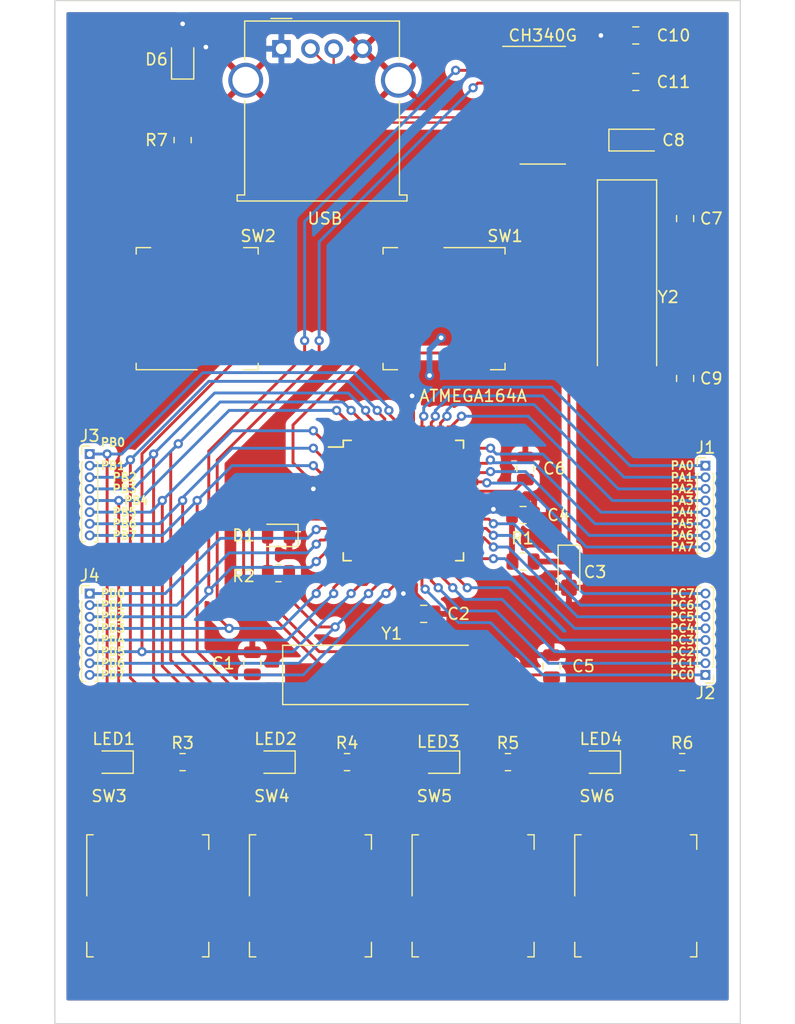
<source format=kicad_pcb>
(kicad_pcb (version 20211014) (generator pcbnew)
  (layers (0 "F.Cu" signal) (31 "B.Cu" signal) (34 "B.Paste" user) (35 "F.Paste" user) (36 "B.SilkS" user "B.Silkscreen") (37 "F.SilkS" user "F.Silkscreen") (38 "B.Mask" user) (39 "F.Mask" user) (44 "Edge.Cuts" user))
  (net 0 "")
  (net 1 "GND")
  (net 2 "AVR_XTAL2")
  (net 3 "+5V")
  (net 4 "Net-(C3-Pad1)")
  (net 5 "AVR_XTAL1")
  (net 6 "Net-(C6-Pad1)")
  (net 7 "Net-(C7-Pad1)")
  (net 8 "Net-(C9-Pad1)")
  (net 9 "Net-(D1-Pad2)")
  (net 10 "AVR_PB4")
  (net 11 "Net-(D2-Pad1)")
  (net 12 "AVR_PB5")
  (net 13 "Net-(D3-Pad1)")
  (net 14 "AVR_PB6")
  (net 15 "Net-(D4-Pad1)")
  (net 16 "AVR_PB7")
  (net 17 "Net-(D5-Pad1)")
  (net 18 "Net-(D6-Pad1)")
  (net 19 "Net-(J1-Pad8)")
  (net 20 "Net-(J1-Pad7)")
  (net 21 "Net-(J1-Pad6)")
  (net 22 "Net-(J1-Pad5)")
  (net 23 "Net-(J1-Pad4)")
  (net 24 "Net-(J1-Pad3)")
  (net 25 "Net-(J1-Pad2)")
  (net 26 "Net-(J1-Pad1)")
  (net 27 "Net-(J2-Pad8)")
  (net 28 "Net-(J2-Pad7)")
  (net 29 "Net-(J2-Pad6)")
  (net 30 "Net-(J2-Pad5)")
  (net 31 "Net-(J2-Pad4)")
  (net 32 "Net-(J2-Pad3)")
  (net 33 "Net-(J2-Pad2)")
  (net 34 "Net-(J2-Pad1)")
  (net 35 "AVR_PB3")
  (net 36 "AVR_PB2")
  (net 37 "AVR_PB1")
  (net 38 "AVR_PB0")
  (net 39 "AVR_PD7")
  (net 40 "AVR_PD6")
  (net 41 "AVR_PD5")
  (net 42 "AVR_PD4")
  (net 43 "AVR_TXD")
  (net 44 "AVR_RXD")
  (net 45 "AVR_PD1")
  (net 46 "AVR_PD0")
  (net 47 "USB_D+")
  (net 48 "USB_D-")
  (net 49 "Net-(U2-Pad15)")
  (net 50 "Net-(U2-Pad14)")
  (net 51 "Net-(U2-Pad13)")
  (net 52 "Net-(U2-Pad12)")
  (net 53 "Net-(U2-Pad11)")
  (net 54 "Net-(U2-Pad10)")
  (net 55 "Net-(U2-Pad9)")
  (footprint "Capacitor_SMD:C_0805_2012Metric" (layer "F.Cu") (at 54 100 90)
    (fp_text reference "C1")
    (fp_text value "18p")
  )
  (footprint "Capacitor_SMD:C_0805_2012Metric" (layer "F.Cu") (at 68.75 95.75)
    (fp_text reference "C2")
    (fp_text value "100n")
  )
  (footprint "Capacitor_Tantalum_SMD:CP_EIA-3216-18_Kemet-A" (layer "F.Cu") (at 81.25 92.15 -90)
    (fp_text reference "C3")
    (fp_text value "1u")
  )
  (footprint "Capacitor_SMD:C_0805_2012Metric" (layer "F.Cu") (at 77.3 87.25)
    (fp_text reference "C4")
    (fp_text value "100n")
  )
  (footprint "Capacitor_SMD:C_0805_2012Metric" (layer "F.Cu") (at 79.75 100.25 90)
    (fp_text reference "C5")
    (fp_text value "18p")
  )
  (footprint "Capacitor_SMD:C_0805_2012Metric" (layer "F.Cu") (at 77.5 83.25 90)
    (fp_text reference "C6")
    (fp_text value "100n")
  )
  (footprint "Capacitor_SMD:C_0805_2012Metric" (layer "F.Cu") (at 91.25 61.75 90)
    (fp_text reference "C7")
    (fp_text value "22p")
  )
  (footprint "Capacitor_Tantalum_SMD:CP_EIA-3216-12_Kemet-S" (layer "F.Cu") (at 87 55)
    (fp_text reference "C8")
    (fp_text value "22u")
  )
  (footprint "Capacitor_SMD:C_0805_2012Metric" (layer "F.Cu") (at 91.25 75.5 -90)
    (fp_text reference "C9")
    (fp_text value "22p")
  )
  (footprint "Capacitor_SMD:C_0805_2012Metric" (layer "F.Cu") (at 87 46)
    (fp_text reference "C10")
    (fp_text value "10n")
  )
  (footprint "Capacitor_SMD:C_0805_2012Metric" (layer "F.Cu") (at 87 50)
    (fp_text reference "C11")
    (fp_text value "100n")
  )
  (footprint "LED_SMD:LED_0805_2012Metric" (layer "F.Cu") (at 56.25 89 180)
    (fp_text reference "D1")
    (fp_text value "RED LED")
  )
  (footprint "LED_SMD:LED_0805_2012Metric" (layer "F.Cu") (at 42.0625 108.5 180)
    (fp_text reference "LED1")
    (fp_text value "RED  LED")
  )
  (footprint "LED_SMD:LED_0805_2012Metric" (layer "F.Cu") (at 56 108.5 180)
    (fp_text reference "LED2")
    (fp_text value "GEEN LED")
  )
  (footprint "LED_SMD:LED_0805_2012Metric" (layer "F.Cu") (at 70.1625 108.5 180)
    (fp_text reference "LED3")
    (fp_text value "BLUE LED")
  )
  (footprint "LED_SMD:LED_0805_2012Metric" (layer "F.Cu") (at 84 108.5 180)
    (fp_text reference "LED4")
    (fp_text value "ORANGE LED")
  )
  (footprint "LED_SMD:LED_0805_2012Metric" (layer "F.Cu") (at 48 48.0625 90)
    (fp_text reference "D6")
    (fp_text value "RED  LED")
  )
  (footprint "Connector_PinHeader_1.00mm:PinHeader_1x08_P1.00mm_Vertical" (layer "F.Cu") (at 93 83)
    (fp_text reference "J1")
    (fp_text value "Conn_01x08_Female")
  )
  (footprint "Connector_PinHeader_1.00mm:PinHeader_1x08_P1.00mm_Vertical" (layer "F.Cu") (at 93 101 180)
    (fp_text reference "J2")
    (fp_text value "Conn_01x08_Female")
  )
  (footprint "Connector_PinHeader_1.00mm:PinHeader_1x08_P1.00mm_Vertical" (layer "F.Cu") (at 40 82)
    (fp_text reference "J3")
    (fp_text value "Conn_01x08_Female")
  )
  (footprint "Connector_PinHeader_1.00mm:PinHeader_1x08_P1.00mm_Vertical" (layer "F.Cu") (at 40 94)
    (fp_text reference "J4")
    (fp_text value "Conn_01x08_Female")
  )
  (footprint "Connector_USB:USB_A_Molex_67643_Horizontal" (layer "F.Cu") (at 56.5 47.14)
    (fp_text reference "USB")
    (fp_text value "USB_A")
  )
  (footprint "Resistor_SMD:R_0805_2012Metric" (layer "F.Cu") (at 77.3 91.25 180)
    (fp_text reference "R1")
    (fp_text value "10k")
  )
  (footprint "Resistor_SMD:R_0805_2012Metric" (layer "F.Cu") (at 56.25 92.25 180)
    (fp_text reference "R2")
    (fp_text value "470")
  )
  (footprint "Resistor_SMD:R_0805_2012Metric" (layer "F.Cu") (at 48 108.5)
    (fp_text reference "R3")
    (fp_text value "100")
  )
  (footprint "Resistor_SMD:R_0805_2012Metric" (layer "F.Cu") (at 62.15 108.5)
    (fp_text reference "R4")
    (fp_text value "100")
  )
  (footprint "Resistor_SMD:R_0805_2012Metric" (layer "F.Cu") (at 76 108.5)
    (fp_text reference "R5")
    (fp_text value "100")
  )
  (footprint "Resistor_SMD:R_0805_2012Metric" (layer "F.Cu") (at 91 108.5)
    (fp_text reference "R6")
    (fp_text value "100")
  )
  (footprint "Resistor_SMD:R_0805_2012Metric" (layer "F.Cu") (at 48 55 -90)
    (fp_text reference "R7")
    (fp_text value "220")
  )
  (footprint "Button_Switch_SMD:SW_MEC_5GSH9" (layer "F.Cu") (at 70.5 69.5 -90)
    (fp_text reference "SW1")
    (fp_text value "SW_MEC_5G")
  )
  (footprint "Button_Switch_SMD:SW_MEC_5GSH9" (layer "F.Cu") (at 49.25 69.5 90)
    (fp_text reference "SW2")
    (fp_text value "SW_MEC_5G")
  )
  (footprint "Button_Switch_SMD:SW_MEC_5GSH9" (layer "F.Cu") (at 45 120)
    (fp_text reference "SW3")
    (fp_text value "SW_MEC_5G")
  )
  (footprint "Button_Switch_SMD:SW_MEC_5GSH9" (layer "F.Cu") (at 59 120)
    (fp_text reference "SW4")
    (fp_text value "SW_MEC_5G")
  )
  (footprint "Button_Switch_SMD:SW_MEC_5GSH9" (layer "F.Cu") (at 73 120)
    (fp_text reference "SW5")
    (fp_text value "SW_MEC_5G")
  )
  (footprint "Button_Switch_SMD:SW_MEC_5GSH9" (layer "F.Cu") (at 87 120)
    (fp_text reference "SW6")
    (fp_text value "SW_MEC_5G")
  )
  (footprint "Package_QFP:TQFP-44_10x10mm_P0.8mm" (layer "F.Cu") (at 67 86)
    (fp_text reference "ATMEGA164A")
    (fp_text value "ATmega16A-AU")
  )
  (footprint "Package_SO:SOIC-16_3.9x9.9mm_P1.27mm" (layer "F.Cu") (at 79 52)
    (fp_text reference "CH340G")
    (fp_text value "CH340G")
  )
  (footprint "Crystal:Crystal_SMD_HC49-SD_HandSoldering" (layer "F.Cu") (at 66.6875 101)
    (fp_text reference "Y1")
    (fp_text value "20MHz")
  )
  (footprint "Crystal:Crystal_SMD_HC49-SD_HandSoldering" (layer "F.Cu") (at 86.25 68.5 -90)
    (fp_text reference "Y2")
    (fp_text value "12MHz")
  )
  (gr_line (start 96 43) (end 96 131) (layer "Edge.Cuts") (width 0.1))
  (gr_line (start 37 131) (end 37 43) (layer "Edge.Cuts") (width 0.1))
  (gr_line (start 96 131) (end 37 131) (layer "Edge.Cuts") (width 0.1))
  (gr_line (start 37 43) (end 96 43) (layer "Edge.Cuts") (width 0.1))
  (gr_text "PC0" (at 91 101) (layer "F.SilkS") (effects (font (size 0.7 0.7))))
  (gr_text "PC7" (at 91 94) (layer "F.SilkS") (effects (font (size 0.7 0.7))))
  (gr_text "PB5\n" (at 43 87) (layer "F.SilkS") (effects (font (size 0.7 0.7))))
  (gr_text "PD3" (at 42 97) (layer "F.SilkS") (effects (font (size 0.7 0.7))))
  (gr_text "PA3\n" (at 91 86) (layer "F.SilkS") (effects (font (size 0.7 0.7))))
  (gr_text "PD5" (at 42 99) (layer "F.SilkS") (effects (font (size 0.7 0.7))))
  (gr_text "PA7\n" (at 91 90) (layer "F.SilkS") (effects (font (size 0.7 0.7))))
  (gr_text "PC2" (at 91 99) (layer "F.SilkS") (effects (font (size 0.7 0.7))))
  (gr_text "PA6" (at 91 89) (layer "F.SilkS") (effects (font (size 0.7 0.7))))
  (gr_text "PB3\n" (at 43 85) (layer "F.SilkS") (effects (font (size 0.7 0.7))))
  (gr_text "PB6\n" (at 43 88) (layer "F.SilkS") (effects (font (size 0.7 0.7))))
  (gr_text "PC6" (at 91 95) (layer "F.SilkS") (effects (font (size 0.7 0.7))))
  (gr_text "PA5\n" (at 91 88) (layer "F.SilkS") (effects (font (size 0.7 0.7))))
  (gr_text "PD7" (at 42 101) (layer "F.SilkS") (effects (font (size 0.7 0.7))))
  (gr_text "PC5" (at 91 96) (layer "F.SilkS") (effects (font (size 0.7 0.7))))
  (gr_text "PC3" (at 91 98) (layer "F.SilkS") (effects (font (size 0.7 0.7))))
  (gr_text "PC1" (at 91 100) (layer "F.SilkS") (effects (font (size 0.7 0.7))))
  (gr_text "PA4\n" (at 91 87) (layer "F.SilkS") (effects (font (size 0.7 0.7))))
  (gr_text "PB7" (at 43 89) (layer "F.SilkS") (effects (font (size 0.7 0.7))))
  (gr_text "PB0\n" (at 42 81) (layer "F.SilkS") (effects (font (size 0.7 0.7))))
  (gr_text "PD6" (at 42 100) (layer "F.SilkS") (effects (font (size 0.7 0.7))))
  (gr_text "PD4" (at 42 98) (layer "F.SilkS") (effects (font (size 0.7 0.7))))
  (gr_text "PA1" (at 91 84) (layer "F.SilkS") (effects (font (size 0.7 0.7))))
  (gr_text "PB4\n" (at 44 86) (layer "F.SilkS") (effects (font (size 0.7 0.7))))
  (gr_text "PD2" (at 42 96) (layer "F.SilkS") (effects (font (size 0.7 0.7))))
  (gr_text "PB1" (at 42 83) (layer "F.SilkS") (effects (font (size 0.7 0.7))))
  (gr_text "PC4" (at 91 97) (layer "F.SilkS") (effects (font (size 0.7 0.7))))
  (gr_text "PD0" (at 42 94) (layer "F.SilkS") (effects (font (size 0.7 0.7))))
  (gr_text "PD1" (at 42 95) (layer "F.SilkS") (effects (font (size 0.7 0.7))))
  (gr_text "PB2" (at 43 84) (layer "F.SilkS") (effects (font (size 0.7 0.7))))
  (gr_text "PA0\n" (at 91 83) (layer "F.SilkS") (effects (font (size 0.7 0.7))))
  (gr_text "PA2\n" (at 91 85) (layer "F.SilkS") (effects (font (size 0.7 0.7))))
  (segment (start 68 93.25) (end 68 94.05) (width 0.5) (layer "F.Cu") (net 1))
  (segment (start 72.7 86) (end 74.298609 86) (width 0.5) (layer "F.Cu") (net 1))
  (segment (start 61.3 86) (end 59.25 86) (width 0.5) (layer "F.Cu") (net 1))
  (segment (start 59.25 86) (end 57.75 86) (width 0.5) (layer "F.Cu") (net 1))
  (segment (start 67.8 91.7) (end 67.8 93.05) (width 0.5) (layer "F.Cu") (net 1))
  (segment (start 68 94.05) (end 69.7 95.75) (width 0.5) (layer "F.Cu") (net 1))
  (segment (start 67.8 93.05) (end 68 93.25) (width 0.5) (layer "F.Cu") (net 1))
  (segment (start 74.524089 85.77452) (end 77.97548 85.77452) (width 0.5) (layer "F.Cu") (net 1))
  (segment (start 57.75 86) (end 57.25 85.5) (width 0.5) (layer "F.Cu") (net 1))
  (segment (start 74.298609 86) (end 74.524089 85.77452) (width 0.5) (layer "F.Cu") (net 1))
  (segment (start 67 80.3) (end 67 79) (width 0.5) (layer "F.Cu") (net 1))
  (segment (start 67 79) (end 66.75 78.75) (width 0.5) (layer "F.Cu") (net 1))
  (via (at 69.25 75.25) (size 0.8) (drill 0.4) (layers "F.Cu" "B.Cu") (net 1))
  (via (at 70.25 72) (size 0.8) (drill 0.4) (layers "F.Cu" "B.Cu") (net 1))
  (segment (start 69.25 75.25) (end 69.25 73) (width 0.5) (layer "B.Cu") (net 1))
  (segment (start 69.25 73) (end 70.25 72) (width 0.5) (layer "B.Cu") (net 1))
  (segment (start 61.3 86.8) (end 54.564282 86.8) (width 0.25) (layer "F.Cu") (net 2))
  (segment (start 54 100.95) (end 53.95 101) (width 0.25) (layer "F.Cu") (net 2))
  (segment (start 53.25 88.114282) (end 53.25 93.5) (width 0.25) (layer "F.Cu") (net 2))
  (segment (start 54 100.95) (end 54.05 101) (width 0.25) (layer "F.Cu") (net 2))
  (segment (start 53.25 93.5) (end 60.75 101) (width 0.25) (layer "F.Cu") (net 2))
  (segment (start 54.564282 86.8) (end 53.25 88.114282) (width 0.25) (layer "F.Cu") (net 2))
  (segment (start 54.05 101) (end 60.75 101) (width 0.25) (layer "F.Cu") (net 2))
  (segment (start 50 47) (end 48.125 47) (width 0.8) (layer "F.Cu") (net 3))
  (segment (start 86.05 46) (end 84 46) (width 0.8) (layer "F.Cu") (net 3))
  (segment (start 67 94) (end 67 91.7) (width 0.5) (layer "F.Cu") (net 3))
  (segment (start 81.475 47.555) (end 82.445 47.555) (width 0.8) (layer "F.Cu") (net 3))
  (segment (start 74.7 86.8) (end 74.75 86.75) (width 0.5) (layer "F.Cu") (net 3))
  (segment (start 75.85 86.75) (end 76.35 87.25) (width 0.5) (layer "F.Cu") (net 3))
  (segment (start 59.45 85.2) (end 61.3 85.2) (width 0.5) (layer "F.Cu") (net 3))
  (segment (start 82.445 47.555) (end 84 46) (width 0.8) (layer "F.Cu") (net 3))
  (segment (start 85.65 55) (end 85.65 50.4) (width 0.8) (layer "F.Cu") (net 3))
  (segment (start 59.25 85) (end 59.45 85.2) (width 0.5) (layer "F.Cu") (net 3))
  (segment (start 86.05 46) (end 86.05 50) (width 0.8) (layer "F.Cu") (net 3))
  (segment (start 67 94) (end 67 94.95) (width 0.5) (layer "F.Cu") (net 3))
  (segment (start 48.125 47) (end 48 47.125) (width 0.8) (layer "F.Cu") (net 3))
  (segment (start 67.75 80.25) (end 67.8 80.3) (width 0.5) (layer "F.Cu") (net 3))
  (segment (start 74.75 86.75) (end 75.85 86.75) (width 0.5) (layer "F.Cu") (net 3))
  (segment (start 67.75 77) (end 67.75 80.25) (width 0.5) (layer "F.Cu") (net 3))
  (segment (start 85.65 50.4) (end 86.05 50) (width 0.8) (layer "F.Cu") (net 3))
  (segment (start 76.35 87.25) (end 76.35 91.2125) (width 0.5) (layer "F.Cu") (net 3))
  (segment (start 67 94.95) (end 67.8 95.75) (width 0.5) (layer "F.Cu") (net 3))
  (segment (start 72.7 86.8) (end 74.7 86.8) (width 0.5) (layer "F.Cu") (net 3))
  (segment (start 48 45) (end 48 47.125) (width 0.8) (layer "F.Cu") (net 3))
  (segment (start 76.35 91.2125) (end 76.3875 91.25) (width 0.5) (layer "F.Cu") (net 3))
  (via (at 48 45) (size 0.8) (drill 0.4) (layers "F.Cu" "B.Cu") (net 3))
  (via (at 67 94) (size 0.8) (drill 0.4) (layers "F.Cu" "B.Cu") (net 3))
  (via (at 67.75 77) (size 0.8) (drill 0.4) (layers "F.Cu" "B.Cu") (net 3))
  (via (at 74.75 86.75) (size 0.8) (drill 0.4) (layers "F.Cu" "B.Cu") (net 3))
  (via (at 50 47) (size 0.8) (drill 0.4) (layers "F.Cu" "B.Cu") (net 3))
  (via (at 84 46) (size 0.8) (drill 0.4) (layers "F.Cu" "B.Cu") (net 3))
  (via (at 59.25 85) (size 0.8) (drill 0.4) (layers "F.Cu" "B.Cu") (net 3))
  (segment (start 57.5 82.75) (end 58.75 84) (width 0.25) (layer "F.Cu") (net 4))
  (segment (start 64.25 73.31) (end 63.69 73.31) (width 0.25) (layer "F.Cu") (net 4))
  (segment (start 57.5 79.5) (end 57.5 82.75) (width 0.25) (layer "F.Cu") (net 4))
  (segment (start 58.75 84) (end 59.274614 84) (width 0.25) (layer "F.Cu") (net 4))
  (segment (start 59.274614 84) (end 59.674614 84.4) (width 0.25) (layer "F.Cu") (net 4))
  (segment (start 78.2125 91.25) (end 80.8 91.25) (width 0.5) (layer "F.Cu") (net 4))
  (segment (start 76.75 73.31) (end 64.25 73.31) (width 0.25) (layer "F.Cu") (net 4))
  (segment (start 59.674614 84.4) (end 61.3 84.4) (width 0.25) (layer "F.Cu") (net 4))
  (segment (start 80.8 91.25) (end 81.25 90.8) (width 0.5) (layer "F.Cu") (net 4))
  (segment (start 78.25 91.2375) (end 80.8125 91.2375) (width 0.25) (layer "F.Cu") (net 4))
  (segment (start 81.25 75.5) (end 81.25 90.8) (width 0.25) (layer "F.Cu") (net 4))
  (segment (start 64.25 73.31) (end 63.94 73.31) (width 0.25) (layer "F.Cu") (net 4))
  (segment (start 79.06 73.31) (end 81.25 75.5) (width 0.25) (layer "F.Cu") (net 4))
  (segment (start 76.75 73.31) (end 79.06 73.31) (width 0.25) (layer "F.Cu") (net 4))
  (segment (start 80.8125 91.2375) (end 81.25 90.8) (width 0.25) (layer "F.Cu") (net 4))
  (segment (start 63.69 73.31) (end 57.5 79.5) (width 0.25) (layer "F.Cu") (net 4))
  (segment (start 72.625 101) (end 70 101) (width 0.25) (layer "F.Cu") (net 5))
  (segment (start 54 88) (end 54.4 87.6) (width 0.25) (layer "F.Cu") (net 5))
  (segment (start 79.55 101) (end 72.625 101) (width 0.25) (layer "F.Cu") (net 5))
  (segment (start 79.8875 101) (end 79.9375 101.05) (width 0.25) (layer "F.Cu") (net 5))
  (segment (start 68 99) (end 59.75 99) (width 0.25) (layer "F.Cu") (net 5))
  (segment (start 54.4 87.6) (end 61.3 87.6) (width 0.25) (layer "F.Cu") (net 5))
  (segment (start 59.75 99) (end 54 93.25) (width 0.25) (layer "F.Cu") (net 5))
  (segment (start 70 101) (end 68 99) (width 0.25) (layer "F.Cu") (net 5))
  (segment (start 54 93.25) (end 54 88) (width 0.25) (layer "F.Cu") (net 5))
  (segment (start 79.75 101.2) (end 79.55 101) (width 0.25) (layer "F.Cu") (net 5))
  (segment (start 72.7 85.2) (end 76.5 85.2) (width 0.25) (layer "F.Cu") (net 6))
  (segment (start 76.5 85.2) (end 77.5 84.2) (width 0.25) (layer "F.Cu") (net 6))
  (segment (start 76.525 55.175) (end 77.077849 55.175) (width 0.5) (layer "F.Cu") (net 7))
  (segment (start 84.465349 62.5625) (end 86.25 62.5625) (width 0.5) (layer "F.Cu") (net 7))
  (segment (start 91.1125 62.5625) (end 91.25 62.7) (width 0.25) (layer "F.Cu") (net 7))
  (segment (start 86.25 62.5625) (end 91.1125 62.5625) (width 0.25) (layer "F.Cu") (net 7))
  (segment (start 77.077849 55.175) (end 84.465349 62.5625) (width 0.5) (layer "F.Cu") (net 7))
  (segment (start 86.25 74.4375) (end 91.1375 74.4375) (width 0.25) (layer "F.Cu") (net 8))
  (segment (start 76.945 56.445) (end 82.75 62.25) (width 0.5) (layer "F.Cu") (net 8))
  (segment (start 76.525 56.445) (end 76.945 56.445) (width 0.5) (layer "F.Cu") (net 8))
  (segment (start 82.75 62.25) (end 82.75 70.9375) (width 0.5) (layer "F.Cu") (net 8))
  (segment (start 91.1375 74.4375) (end 91.25 74.55) (width 0.25) (layer "F.Cu") (net 8))
  (segment (start 82.75 70.9375) (end 86.25 74.4375) (width 0.5) (layer "F.Cu") (net 8))
  (segment (start 55.3125 92.225) (end 55.3375 92.25) (width 0.25) (layer "F.Cu") (net 9))
  (segment (start 55.3125 92.214282) (end 55.307141 92.219641) (width 0.25) (layer "F.Cu") (net 9))
  (segment (start 55.3125 89) (end 55.3125 92.225) (width 0.25) (layer "F.Cu") (net 9))
  (segment (start 42.5 86) (end 42.5 105.5) (width 0.25) (layer "F.Cu") (net 10))
  (segment (start 61.25 78.25) (end 63 80) (width 0.25) (layer "F.Cu") (net 10))
  (segment (start 41.125 106.875) (end 41.125 108.5) (width 0.25) (layer "F.Cu") (net 10))
  (segment (start 42.5 105.5) (end 41.125 106.875) (width 0.25) (layer "F.Cu") (net 10))
  (segment (start 63 80) (end 63 80.3) (width 0.25) (layer "F.Cu") (net 10))
  (via (at 61.25 78.25) (size 0.8) (drill 0.4) (layers "F.Cu" "B.Cu") (net 10))
  (via (at 42.5 86) (size 0.8) (drill 0.4) (layers "F.Cu" "B.Cu") (net 10))
  (segment (start 44.25 86) (end 52 78.25) (width 0.25) (layer "B.Cu") (net 10))
  (segment (start 52 78.25) (end 61.25 78.25) (width 0.25) (layer "B.Cu") (net 10))
  (segment (start 42.5 86) (end 44.25 86) (width 0.25) (layer "B.Cu") (net 10))
  (segment (start 40 86) (end 42.5 86) (width 0.25) (layer "B.Cu") (net 10))
  (segment (start 43 108.5) (end 47.0875 108.5) (width 0.25) (layer "F.Cu") (net 11))
  (segment (start 54.5 108.5) (end 55.0625 108.5) (width 0.25) (layer "F.Cu") (net 12))
  (segment (start 59.25 80) (end 61.25 82) (width 0.25) (layer "F.Cu") (net 12))
  (segment (start 61.25 82) (end 61.3 82) (width 0.25) (layer "F.Cu") (net 12))
  (segment (start 46.25 100.25) (end 54.5 108.5) (width 0.25) (layer "F.Cu") (net 12))
  (segment (start 46.25 86) (end 46.25 100.25) (width 0.25) (layer "F.Cu") (net 12))
  (via (at 59.25 80) (size 0.8) (drill 0.4) (layers "F.Cu" "B.Cu") (net 12))
  (via (at 46.25 86) (size 0.8) (drill 0.4) (layers "F.Cu" "B.Cu") (net 12))
  (segment (start 46.25 86) (end 45.25 87) (width 0.25) (layer "B.Cu") (net 12))
  (segment (start 45.25 87) (end 40 87) (width 0.25) (layer "B.Cu") (net 12))
  (segment (start 46.25 86) (end 52.25 80) (width 0.25) (layer "B.Cu") (net 12))
  (segment (start 52.25 80) (end 59.25 80) (width 0.25) (layer "B.Cu") (net 12))
  (segment (start 56.9375 108.5) (end 61.2375 108.5) (width 0.25) (layer "F.Cu") (net 13))
  (segment (start 48 99.25) (end 55 106.25) (width 0.25) (layer "F.Cu") (net 14))
  (segment (start 55 106.25) (end 64.25 106.25) (width 0.25) (layer "F.Cu") (net 14))
  (segment (start 48 86) (end 48 99.25) (width 0.25) (layer "F.Cu") (net 14))
  (segment (start 60.55 82.8) (end 61.3 82.8) (width 0.25) (layer "F.Cu") (net 14))
  (segment (start 66.5 108.5) (end 69.225 108.5) (width 0.25) (layer "F.Cu") (net 14))
  (segment (start 59.25 81.5) (end 60.55 82.8) (width 0.25) (layer "F.Cu") (net 14))
  (segment (start 64.25 106.25) (end 66.5 108.5) (width 0.25) (layer "F.Cu") (net 14))
  (via (at 59.25 81.5) (size 0.8) (drill 0.4) (layers "F.Cu" "B.Cu") (net 14))
  (via (at 48 86) (size 0.8) (drill 0.4) (layers "F.Cu" "B.Cu") (net 14))
  (segment (start 48 86) (end 48 85.75) (width 0.25) (layer "B.Cu") (net 14))
  (segment (start 52.25 81.5) (end 59.25 81.5) (width 0.25) (layer "B.Cu") (net 14))
  (segment (start 46 88) (end 40 88) (width 0.25) (layer "B.Cu") (net 14))
  (segment (start 48 85.75) (end 52.25 81.5) (width 0.25) (layer "B.Cu") (net 14))
  (segment (start 48 86) (end 46 88) (width 0.25) (layer "B.Cu") (net 14))
  (segment (start 71.1 108.5) (end 75.0875 108.5) (width 0.25) (layer "F.Cu") (net 15))
  (segment (start 82.03798 107.47548) (end 79.22548 107.47548) (width 0.25) (layer "F.Cu") (net 16))
  (segment (start 49.25 99) (end 49.25 86) (width 0.25) (layer "F.Cu") (net 16))
  (segment (start 83.0625 108.5) (end 82.03798 107.47548) (width 0.25) (layer "F.Cu") (net 16))
  (segment (start 61.3 83.6) (end 59.85 83.6) (width 0.25) (layer "F.Cu") (net 16))
  (segment (start 59.85 83.6) (end 59.25 83) (width 0.25) (layer "F.Cu") (net 16))
  (segment (start 59.35 83.1) (end 59.25 83) (width 0.25) (layer "F.Cu") (net 16))
  (segment (start 79.22548 107.47548) (end 76.5 104.75) (width 0.25) (layer "F.Cu") (net 16))
  (segment (start 76.5 104.75) (end 55 104.75) (width 0.25) (layer "F.Cu") (net 16))
  (segment (start 55 104.75) (end 49.25 99) (width 0.25) (layer "F.Cu") (net 16))
  (via (at 49.25 86) (size 0.8) (drill 0.4) (layers "F.Cu" "B.Cu") (net 16))
  (via (at 59.25 83) (size 0.8) (drill 0.4) (layers "F.Cu" "B.Cu") (net 16))
  (segment (start 49.25 86) (end 52.25 83) (width 0.25) (layer "B.Cu") (net 16))
  (segment (start 46.25 89) (end 49.25 86) (width 0.25) (layer "B.Cu") (net 16))
  (segment (start 52.25 83) (end 59.25 83) (width 0.25) (layer "B.Cu") (net 16))
  (segment (start 40 89) (end 46.25 89) (width 0.25) (layer "B.Cu") (net 16))
  (segment (start 84.9375 108.5) (end 90.0875 108.5) (width 0.25) (layer "F.Cu") (net 17))
  (segment (start 48 49) (end 48 54.0875) (width 0.8) (layer "F.Cu") (net 18))
  (segment (start 74.182464 84.4755) (end 74.0245 84.4755) (width 0.25) (layer "F.Cu") (net 19))
  (segment (start 72.7 84.4) (end 74.106964 84.4) (width 0.25) (layer "F.Cu") (net 19))
  (segment (start 74.106964 84.4) (end 74.182464 84.4755) (width 0.25) (layer "F.Cu") (net 19))
  (segment (start 74.0245 84.4755) (end 74 84.5) (width 0.25) (layer "F.Cu") (net 19))
  (via (at 74.182464 84.4755) (size 0.8) (drill 0.4) (layers "F.Cu" "B.Cu") (net 19))
  (segment (start 82.75 90) (end 77.25 84.5) (width 0.25) (layer "B.Cu") (net 19))
  (segment (start 74.75 84.5) (end 74.25 84.5) (width 0.25) (layer "B.Cu") (net 19))
  (segment (start 93 90) (end 82.75 90) (width 0.25) (layer "B.Cu") (net 19))
  (segment (start 77.25 84.5) (end 74.75 84.5) (width 0.25) (layer "B.Cu") (net 19))
  (segment (start 74.41187 83.6) (end 74.500146 83.511724) (width 0.25) (layer "F.Cu") (net 20))
  (segment (start 72.7 83.6) (end 74.41187 83.6) (width 0.25) (layer "F.Cu") (net 20))
  (via (at 74.500146 83.511724) (size 0.8) (drill 0.4) (layers "F.Cu" "B.Cu") (net 20))
  (segment (start 77.511724 83.511724) (end 83 89) (width 0.25) (layer "B.Cu") (net 20))
  (segment (start 74.500146 83.511724) (end 77.511724 83.511724) (width 0.25) (layer "B.Cu") (net 20))
  (segment (start 83 89) (end 93 89) (width 0.25) (layer "B.Cu") (net 20))
  (segment (start 72.7 82.8) (end 74.2 82.8) (width 0.25) (layer "F.Cu") (net 21))
  (segment (start 74.2 82.8) (end 74.487701 82.512299) (width 0.25) (layer "F.Cu") (net 21))
  (via (at 74.487701 82.512299) (size 0.8) (drill 0.4) (layers "F.Cu" "B.Cu") (net 21))
  (segment (start 78.25 82.75) (end 83.5 88) (width 0.25) (layer "B.Cu") (net 21))
  (segment (start 83.5 88) (end 93 88) (width 0.25) (layer "B.Cu") (net 21))
  (segment (start 74.487701 82.512299) (end 74.725402 82.75) (width 0.25) (layer "B.Cu") (net 21))
  (segment (start 74.725402 82.75) (end 78.25 82.75) (width 0.25) (layer "B.Cu") (net 21))
  (segment (start 72.7 82) (end 73.2 81.5) (width 0.25) (layer "F.Cu") (net 22))
  (segment (start 73.2 81.5) (end 74.5 81.5) (width 0.25) (layer "F.Cu") (net 22))
  (via (at 74.5 81.5) (size 0.8) (drill 0.4) (layers "F.Cu" "B.Cu") (net 22))
  (segment (start 75 82) (end 79 82) (width 0.25) (layer "B.Cu") (net 22))
  (segment (start 79 82) (end 84 87) (width 0.25) (layer "B.Cu") (net 22))
  (segment (start 84 87) (end 93 87) (width 0.25) (layer "B.Cu") (net 22))
  (segment (start 74.5 81.5) (end 75 82) (width 0.25) (layer "B.Cu") (net 22))
  (segment (start 71 79.75) (end 72 78.75) (width 0.25) (layer "F.Cu") (net 23))
  (segment (start 71 80.3) (end 71 79.75) (width 0.25) (layer "F.Cu") (net 23))
  (via (at 72 78.75) (size 0.8) (drill 0.4) (layers "F.Cu" "B.Cu") (net 23))
  (segment (start 72 78.75) (end 77.75 78.75) (width 0.25) (layer "B.Cu") (net 23))
  (segment (start 77.75 78.75) (end 85 86) (width 0.25) (layer "B.Cu") (net 23))
  (segment (start 85 86) (end 93 86) (width 0.25) (layer "B.Cu") (net 23))
  (segment (start 70.75 78.75) (end 70.75 78.774117) (width 0.25) (layer "F.Cu") (net 24))
  (segment (start 70.2 79.324117) (end 70.75 78.75) (width 0.25) (layer "F.Cu") (net 24))
  (segment (start 70.2 80.3) (end 70.2 79.324117) (width 0.25) (layer "F.Cu") (net 24))
  (via (at 70.75 78.75) (size 0.8) (drill 0.4) (layers "F.Cu" "B.Cu") (net 24))
  (via (at 70.75 78.75) (size 0.8) (drill 0.4) (layers "F.Cu" "B.Cu") (net 24))
  (segment (start 70.75 78.25) (end 71.25 77.75) (width 0.25) (layer "B.Cu") (net 24))
  (segment (start 71.25 77.75) (end 78.25 77.75) (width 0.25) (layer "B.Cu") (net 24))
  (segment (start 85.5 85) (end 93 85) (width 0.25) (layer "B.Cu") (net 24))
  (segment (start 78.25 77.75) (end 85.5 85) (width 0.25) (layer "B.Cu") (net 24))
  (segment (start 70.75 78.75) (end 70.75 78.25) (width 0.25) (layer "B.Cu") (net 24))
  (segment (start 69.4 80.3) (end 69.4 79.35) (width 0.25) (layer "F.Cu") (net 25))
  (segment (start 69.4 79.3) (end 69.749503 78.950497) (width 0.25) (layer "F.Cu") (net 25))
  (segment (start 69.749503 78.950497) (end 69.749503 78.75) (width 0.25) (layer "F.Cu") (net 25))
  (via (at 69.749503 78.75) (size 0.8) (drill 0.4) (layers "F.Cu" "B.Cu") (net 25))
  (segment (start 69.749503 78.250497) (end 71 77) (width 0.25) (layer "B.Cu") (net 25))
  (segment (start 79 77) (end 86 84) (width 0.25) (layer "B.Cu") (net 25))
  (segment (start 71 77) (end 79 77) (width 0.25) (layer "B.Cu") (net 25))
  (segment (start 69.749503 78.75) (end 69.749503 78.250497) (width 0.25) (layer "B.Cu") (net 25))
  (segment (start 86 84) (end 93 84) (width 0.25) (layer "B.Cu") (net 25))
  (segment (start 68.6 78.9) (end 68.75 78.75) (width 0.25) (layer "F.Cu") (net 26))
  (segment (start 68.6 80.3) (end 68.6 78.9) (width 0.25) (layer "F.Cu") (net 26))
  (via (at 68.75 78.75) (size 0.8) (drill 0.4) (layers "F.Cu" "B.Cu") (net 26))
  (segment (start 79.75 76.25) (end 86.5 83) (width 0.25) (layer "B.Cu") (net 26))
  (segment (start 86.5 83) (end 93 83) (width 0.25) (layer "B.Cu") (net 26))
  (segment (start 68.75 78) (end 70.5 76.25) (width 0.25) (layer "B.Cu") (net 26))
  (segment (start 68.75 78.75) (end 68.75 78) (width 0.25) (layer "B.Cu") (net 26))
  (segment (start 70.5 76.25) (end 79.75 76.25) (width 0.25) (layer "B.Cu") (net 26))
  (segment (start 74.35 87.6) (end 74.75 88) (width 0.25) (layer "F.Cu") (net 27))
  (segment (start 72.7 87.6) (end 74.35 87.6) (width 0.25) (layer "F.Cu") (net 27))
  (via (at 74.75 88) (size 0.8) (drill 0.4) (layers "F.Cu" "B.Cu") (net 27))
  (segment (start 93 94) (end 82.5 94) (width 0.25) (layer "B.Cu") (net 27))
  (segment (start 82.5 94) (end 76.5 88) (width 0.25) (layer "B.Cu") (net 27))
  (segment (start 76.5 88) (end 74.75 88) (width 0.25) (layer "B.Cu") (net 27))
  (segment (start 74.725386 89) (end 74.75 89) (width 0.25) (layer "F.Cu") (net 28))
  (segment (start 74.125386 88.4) (end 74.725386 89) (width 0.25) (layer "F.Cu") (net 28))
  (segment (start 72.7 88.4) (end 74.125386 88.4) (width 0.25) (layer "F.Cu") (net 28))
  (via (at 74.75 89) (size 0.8) (drill 0.4) (layers "F.Cu" "B.Cu") (net 28))
  (segment (start 76.25 89) (end 74.75 89) (width 0.25) (layer "B.Cu") (net 28))
  (segment (start 82.25 95) (end 76.25 89) (width 0.25) (layer "B.Cu") (net 28))
  (segment (start 93 95) (end 82.25 95) (width 0.25) (layer "B.Cu") (net 28))
  (segment (start 74.725386 90) (end 74.75 90) (width 0.25) (layer "F.Cu") (net 29))
  (segment (start 72.7 89.2) (end 73.925386 89.2) (width 0.25) (layer "F.Cu") (net 29))
  (segment (start 73.925386 89.2) (end 74.725386 90) (width 0.25) (layer "F.Cu") (net 29))
  (via (at 74.75 90) (size 0.8) (drill 0.4) (layers "F.Cu" "B.Cu") (net 29))
  (segment (start 93 96) (end 82 96) (width 0.25) (layer "B.Cu") (net 29))
  (segment (start 82 96) (end 76 90) (width 0.25) (layer "B.Cu") (net 29))
  (segment (start 76 90) (end 74.75 90) (width 0.25) (layer "B.Cu") (net 29))
  (segment (start 73.7 91) (end 74.75 91) (width 0.25) (layer "F.Cu") (net 30))
  (segment (start 72.7 90) (end 73.7 91) (width 0.25) (layer "F.Cu") (net 30))
  (via (at 74.75 91) (size 0.8) (drill 0.4) (layers "F.Cu" "B.Cu") (net 30))
  (segment (start 93 97) (end 81.75 97) (width 0.25) (layer "B.Cu") (net 30))
  (segment (start 75.75 91) (end 74.75 91) (width 0.25) (layer "B.Cu") (net 30))
  (segment (start 81.75 97) (end 75.75 91) (width 0.25) (layer "B.Cu") (net 30))
  (segment (start 71 91.7) (end 71 92) (width 0.25) (layer "F.Cu") (net 31))
  (segment (start 71 92) (end 72.5 93.5) (width 0.25) (layer "F.Cu") (net 31))
  (via (at 72.5 93.5) (size 0.8) (drill 0.4) (layers "F.Cu" "B.Cu") (net 31))
  (segment (start 76 93.5) (end 72.5 93.5) (width 0.25) (layer "B.Cu") (net 31))
  (segment (start 93 98) (end 80.5 98) (width 0.25) (layer "B.Cu") (net 31))
  (segment (start 80.5 98) (end 76 93.5) (width 0.25) (layer "B.Cu") (net 31))
  (segment (start 70.2 91.7) (end 70.2 92.45) (width 0.25) (layer "F.Cu") (net 32))
  (segment (start 70.2 92.45) (end 71.25 93.5) (width 0.25) (layer "F.Cu") (net 32))
  (via (at 71.25 93.5) (size 0.8) (drill 0.4) (layers "F.Cu" "B.Cu") (net 32))
  (segment (start 75.5 94.5) (end 72.25 94.5) (width 0.25) (layer "B.Cu") (net 32))
  (segment (start 80 99) (end 75.5 94.5) (width 0.25) (layer "B.Cu") (net 32))
  (segment (start 72.25 94.5) (end 71.25 93.5) (width 0.25) (layer "B.Cu") (net 32))
  (segment (start 93 99) (end 80 99) (width 0.25) (layer "B.Cu") (net 32))
  (segment (start 69.4 91.7) (end 69.4 92.9) (width 0.25) (layer "F.Cu") (net 33))
  (segment (start 69.4 92.9) (end 70 93.5) (width 0.25) (layer "F.Cu") (net 33))
  (via (at 70 93.5) (size 0.8) (drill 0.4) (layers "F.Cu" "B.Cu") (net 33))
  (segment (start 72 95.5) (end 70 93.5) (width 0.25) (layer "B.Cu") (net 33))
  (segment (start 93 100) (end 79.5 100) (width 0.25) (layer "B.Cu") (net 33))
  (segment (start 79.5 100) (end 75 95.5) (width 0.25) (layer "B.Cu") (net 33))
  (segment (start 75 95.5) (end 72 95.5) (width 0.25) (layer "B.Cu") (net 33))
  (segment (start 68.6 91.7) (end 68.6 93.35) (width 0.25) (layer "F.Cu") (net 34))
  (segment (start 68.6 93.35) (end 68.875 93.625) (width 0.25) (layer "F.Cu") (net 34))
  (via (at 68.875 93.625) (size 0.8) (drill 0.4) (layers "F.Cu" "B.Cu") (net 34))
  (segment (start 93 101) (end 79 101) (width 0.25) (layer "B.Cu") (net 34))
  (segment (start 68.875 93.625) (end 68.75 93.5) (width 0.25) (layer "B.Cu") (net 34))
  (segment (start 79 101) (end 74.5 96.5) (width 0.25) (layer "B.Cu") (net 34))
  (segment (start 71.75 96.5) (end 68.875 93.625) (width 0.25) (layer "B.Cu") (net 34))
  (segment (start 74.5 96.5) (end 71.75 96.5) (width 0.25) (layer "B.Cu") (net 34))
  (segment (start 83.19 113.75) (end 83.19 126.25) (width 0.25) (layer "F.Cu") (net 35))
  (segment (start 83.19 113.75) (end 79.69 110.25) (width 0.25) (layer "F.Cu") (net 35))
  (segment (start 67.25 110.25) (end 64 107) (width 0.25) (layer "F.Cu") (net 35))
  (segment (start 79.69 110.25) (end 67.25 110.25) (width 0.25) (layer "F.Cu") (net 35))
  (segment (start 46.974511 81.775489) (end 47.625 81.125) (width 0.25) (layer "F.Cu") (net 35))
  (segment (start 46.974511 99.724511) (end 46.974511 81.775489) (width 0.25) (layer "F.Cu") (net 35))
  (segment (start 64 107) (end 54.25 107) (width 0.25) (layer "F.Cu") (net 35))
  (segment (start 63.8 80.3) (end 63.8 79.55) (width 0.25) (layer "F.Cu") (net 35))
  (segment (start 63.8 79.55) (end 62.5 78.25) (width 0.25) (layer "F.Cu") (net 35))
  (segment (start 54.25 107) (end 46.974511 99.724511) (width 0.25) (layer "F.Cu") (net 35))
  (via (at 62.5 78.25) (size 0.8) (drill 0.4) (layers "F.Cu" "B.Cu") (net 35))
  (via (at 47.625 81.125) (size 0.8) (drill 0.4) (layers "F.Cu" "B.Cu") (net 35))
  (segment (start 51.224511 77.525489) (end 61.775489 77.525489) (width 0.25) (layer "B.Cu") (net 35))
  (segment (start 40 85) (end 43.75 85) (width 0.25) (layer "B.Cu") (net 35))
  (segment (start 43.75 85) (end 47.625 81.125) (width 0.25) (layer "B.Cu") (net 35))
  (segment (start 47.625 81.125) (end 51.224511 77.525489) (width 0.25) (layer "B.Cu") (net 35))
  (segment (start 61.775489 77.525489) (end 62.5 78.25) (width 0.25) (layer "B.Cu") (net 35))
  (segment (start 63.75 78.5) (end 63.75 78.25) (width 0.25) (layer "F.Cu") (net 36))
  (segment (start 64.5 111.25) (end 53.75 111.25) (width 0.25) (layer "F.Cu") (net 36))
  (segment (start 52 109.5) (end 52 107.75) (width 0.25) (layer "F.Cu") (net 36))
  (segment (start 45.5 101.25) (end 45.5 82) (width 0.25) (layer "F.Cu") (net 36))
  (segment (start 64.6 79.35) (end 63.75 78.5) (width 0.25) (layer "F.Cu") (net 36))
  (segment (start 67 113.75) (end 64.5 111.25) (width 0.25) (layer "F.Cu") (net 36))
  (segment (start 69.19 126.25) (end 69.19 113.75) (width 0.25) (layer "F.Cu") (net 36))
  (segment (start 69.19 113.75) (end 67 113.75) (width 0.25) (layer "F.Cu") (net 36))
  (segment (start 64.6 80.3) (end 64.6 79.35) (width 0.25) (layer "F.Cu") (net 36))
  (segment (start 52 107.75) (end 45.5 101.25) (width 0.25) (layer "F.Cu") (net 36))
  (segment (start 53.75 111.25) (end 52 109.5) (width 0.25) (layer "F.Cu") (net 36))
  (via (at 45.5 82) (size 0.8) (drill 0.4) (layers "F.Cu" "B.Cu") (net 36))
  (via (at 63.75 78.25) (size 0.8) (drill 0.4) (layers "F.Cu" "B.Cu") (net 36))
  (segment (start 43.5 84) (end 45.5 82) (width 0.25) (layer "B.Cu") (net 36))
  (segment (start 45.5 82) (end 50.75 76.75) (width 0.25) (layer "B.Cu") (net 36))
  (segment (start 50.75 76.75) (end 62.25 76.75) (width 0.25) (layer "B.Cu") (net 36))
  (segment (start 62.25 76.75) (end 63.75 78.25) (width 0.25) (layer "B.Cu") (net 36))
  (segment (start 40 84) (end 43.5 84) (width 0.25) (layer "B.Cu") (net 36))
  (segment (start 55.19 113.75) (end 55.19 126.25) (width 0.25) (layer "F.Cu") (net 37))
  (segment (start 65.4 78.975) (end 64.75 78.325) (width 0.25) (layer "F.Cu") (net 37))
  (segment (start 55.19 113.69) (end 55.19 113.75) (width 0.25) (layer "F.Cu") (net 37))
  (segment (start 43.5 101.25) (end 51.25 109) (width 0.25) (layer "F.Cu") (net 37))
  (segment (start 64.75 78.325) (end 64.75 78.25) (width 0.25) (layer "F.Cu") (net 37))
  (segment (start 51.31 109.81) (end 55.19 113.69) (width 0.25) (layer "F.Cu") (net 37))
  (segment (start 43.5 82.5) (end 43.5 101.25) (width 0.25) (layer "F.Cu") (net 37))
  (segment (start 65.4 80.3) (end 65.4 78.975) (width 0.25) (layer "F.Cu") (net 37))
  (segment (start 51.25 109) (end 51.25 109.75) (width 0.25) (layer "F.Cu") (net 37))
  (via (at 64.75 78.25) (size 0.8) (drill 0.4) (layers "F.Cu" "B.Cu") (net 37))
  (via (at 43.5 82.5) (size 0.8) (drill 0.4) (layers "F.Cu" "B.Cu") (net 37))
  (segment (start 62.274614 75.75) (end 64.75 78.225386) (width 0.25) (layer "B.Cu") (net 37))
  (segment (start 43 83) (end 40 83) (width 0.25) (layer "B.Cu") (net 37))
  (segment (start 64.75 78.225386) (end 64.75 78.25) (width 0.25) (layer "B.Cu") (net 37))
  (segment (start 50.25 75.75) (end 62.274614 75.75) (width 0.25) (layer "B.Cu") (net 37))
  (segment (start 43.5 82.5) (end 43 83) (width 0.25) (layer "B.Cu") (net 37))
  (segment (start 43.5 82.5) (end 50.25 75.75) (width 0.25) (layer "B.Cu") (net 37))
  (segment (start 66.2 79.012494) (end 65.75 78.562494) (width 0.25) (layer "F.Cu") (net 38))
  (segment (start 41.19 113.75) (end 39.25 111.81) (width 0.25) (layer "F.Cu") (net 38))
  (segment (start 39.25 111.81) (end 39.25 106) (width 0.25) (layer "F.Cu") (net 38))
  (segment (start 41.5 103.75) (end 41.5 82) (width 0.25) (layer "F.Cu") (net 38))
  (segment (start 41.19 126.25) (end 41.19 113.75) (width 0.25) (layer "F.Cu") (net 38))
  (segment (start 39.25 106) (end 41.5 103.75) (width 0.25) (layer "F.Cu") (net 38))
  (segment (start 65.75 78.562494) (end 65.75 78.25) (width 0.25) (layer "F.Cu") (net 38))
  (segment (start 66.2 80.3) (end 66.2 79.012494) (width 0.25) (layer "F.Cu") (net 38))
  (via (at 41.5 82) (size 0.8) (drill 0.4) (layers "F.Cu" "B.Cu") (net 38))
  (via (at 65.75 78.25) (size 0.8) (drill 0.4) (layers "F.Cu" "B.Cu") (net 38))
  (segment (start 40 82) (end 41.5 82) (width 0.25) (layer "B.Cu") (net 38))
  (segment (start 41.5 82) (end 42.75 82) (width 0.25) (layer "B.Cu") (net 38))
  (segment (start 49.75 75) (end 62.75 75) (width 0.25) (layer "B.Cu") (net 38))
  (segment (start 42.75 82) (end 49.75 75) (width 0.25) (layer "B.Cu") (net 38))
  (segment (start 62.75 75) (end 65.75 78) (width 0.25) (layer "B.Cu") (net 38))
  (segment (start 65.75 78) (end 65.75 78.25) (width 0.25) (layer "B.Cu") (net 38))
  (segment (start 66.2 93.3) (end 66.2 91.7) (width 0.25) (layer "F.Cu") (net 39))
  (segment (start 65.5 94) (end 66.2 93.3) (width 0.25) (layer "F.Cu") (net 39))
  (via (at 65.5 94) (size 0.8) (drill 0.4) (layers "F.Cu" "B.Cu") (net 39))
  (segment (start 65.5 94) (end 65.375 94) (width 0.25) (layer "B.Cu") (net 39))
  (segment (start 65.375 94) (end 58.375 101) (width 0.25) (layer "B.Cu") (net 39))
  (segment (start 58.375 101) (end 40 101) (width 0.25) (layer "B.Cu") (net 39))
  (segment (start 65.4 92.6) (end 65.4 91.7) (width 0.25) (layer "F.Cu") (net 40))
  (segment (start 57.1625 92.25) (end 57.1625 94.4125) (width 0.25) (layer "F.Cu") (net 40))
  (segment (start 64 94) (end 65.4 92.6) (width 0.25) (layer "F.Cu") (net 40))
  (segment (start 59.625 96.875) (end 61.125 96.875) (width 0.25) (layer "F.Cu") (net 40))
  (segment (start 57.1625 94.4125) (end 59.625 96.875) (width 0.25) (layer "F.Cu") (net 40))
  (via (at 64 94) (size 0.8) (drill 0.4) (layers "F.Cu" "B.Cu") (net 40))
  (via (at 61.125 96.875) (size 0.8) (drill 0.4) (layers "F.Cu" "B.Cu") (net 40))
  (segment (start 61.125 96.875) (end 64 94) (width 0.25) (layer "B.Cu") (net 40))
  (segment (start 40 100) (end 58 100) (width 0.25) (layer "B.Cu") (net 40))
  (segment (start 58 100) (end 61.125 96.875) (width 0.25) (layer "B.Cu") (net 40))
  (segment (start 62.5 94) (end 63.275969 93.224031) (width 0.25) (layer "F.Cu") (net 41))
  (segment (start 64.6 92.40974) (end 64.6 91.7) (width 0.25) (layer "F.Cu") (net 41))
  (segment (start 44.5 81.975386) (end 44.5 99) (width 0.25) (layer "F.Cu") (net 41))
  (segment (start 63.275969 93.224031) (end 63.785709 93.224031) (width 0.25) (layer "F.Cu") (net 41))
  (segment (start 55.5 73.5) (end 55.5 73.31) (width 0.25) (layer "F.Cu") (net 41))
  (segment (start 55.5 73.31) (end 43 73.31) (width 0.25) (layer "F.Cu") (net 41))
  (segment (start 55.5 73.31) (end 53.165386 73.31) (width 0.25) (layer "F.Cu") (net 41))
  (segment (start 63.785709 93.224031) (end 64.6 92.40974) (width 0.25) (layer "F.Cu") (net 41))
  (segment (start 53.165386 73.31) (end 44.5 81.975386) (width 0.25) (layer "F.Cu") (net 41))
  (via (at 44.5 99) (size 0.8) (drill 0.4) (layers "F.Cu" "B.Cu") (net 41))
  (via (at 62.5 94) (size 0.8) (drill 0.4) (layers "F.Cu" "B.Cu") (net 41))
  (segment (start 44.5 99) (end 51.5 99) (width 0.25) (layer "B.Cu") (net 41))
  (segment (start 51.5 99) (end 57.5 99) (width 0.25) (layer "B.Cu") (net 41))
  (segment (start 57.5 99) (end 62.5 94) (width 0.25) (layer "B.Cu") (net 41))
  (segment (start 40 99) (end 44.5 99) (width 0.25) (layer "B.Cu") (net 41))
  (segment (start 63.8 92.574022) (end 63.599511 92.774511) (width 0.25) (layer "F.Cu") (net 42))
  (segment (start 63.599511 92.774511) (end 61.725489 92.774511) (width 0.25) (layer "F.Cu") (net 42))
  (segment (start 61 93.5) (end 61 94) (width 0.25) (layer "F.Cu") (net 42))
  (segment (start 61.725489 92.774511) (end 61 93.5) (width 0.25) (layer "F.Cu") (net 42))
  (segment (start 63.8 91.7) (end 63.8 92.574022) (width 0.25) (layer "F.Cu") (net 42))
  (via (at 61 94) (size 0.8) (drill 0.4) (layers "F.Cu" "B.Cu") (net 42))
  (segment (start 40 98) (end 57 98) (width 0.25) (layer "B.Cu") (net 42))
  (segment (start 57 98) (end 61 94) (width 0.25) (layer "B.Cu") (net 42))
  (segment (start 50.974511 82.525489) (end 50.974511 95.974511) (width 0.25) (layer "F.Cu") (net 43))
  (segment (start 73.405 50.095) (end 73 50.5) (width 0.25) (layer "F.Cu") (net 43))
  (segment (start 59.5 94) (end 59.5 93.75) (width 0.25) (layer "F.Cu") (net 43))
  (segment (start 50.974511 95.974511) (end 52 97) (width 0.25) (layer "F.Cu") (net 43))
  (segment (start 61.55 91.7) (end 63 91.7) (width 0.25) (layer "F.Cu") (net 43))
  (segment (start 59.75 73.75) (end 50.974511 82.525489) (width 0.25) (layer "F.Cu") (net 43))
  (segment (start 59.5 94) (end 59.25 94) (width 0.25) (layer "F.Cu") (net 43))
  (segment (start 59.5 93.75) (end 61.55 91.7) (width 0.25) (layer "F.Cu") (net 43))
  (segment (start 76.525 50.095) (end 73.405 50.095) (width 0.25) (layer "F.Cu") (net 43))
  (segment (start 59.75 72.25) (end 59.75 73.75) (width 0.25) (layer "F.Cu") (net 43))
  (via (at 52 97) (size 0.8) (drill 0.4) (layers "F.Cu" "B.Cu") (net 43))
  (via (at 59.75 72.25) (size 0.8) (drill 0.4) (layers "F.Cu" "B.Cu") (net 43))
  (via (at 73 50.5) (size 0.8) (drill 0.4) (layers "F.Cu" "B.Cu") (net 43))
  (via (at 59.5 94) (size 0.8) (drill 0.4) (layers "F.Cu" "B.Cu") (net 43))
  (segment (start 59.75 72.25) (end 59.75 63.75) (width 0.25) (layer "B.Cu") (net 43))
  (segment (start 56.5 97) (end 59.5 94) (width 0.25) (layer "B.Cu") (net 43))
  (segment (start 40 97) (end 52 97) (width 0.25) (layer "B.Cu") (net 43))
  (segment (start 59.75 63.75) (end 73 50.5) (width 0.25) (layer "B.Cu") (net 43))
  (segment (start 52 97) (end 56.5 97) (width 0.25) (layer "B.Cu") (net 43))
  (segment (start 60.75 90) (end 61.3 90) (width 0.25) (layer "F.Cu") (net 44))
  (segment (start 50.25 81.75) (end 50.25 93.75) (width 0.25) (layer "F.Cu") (net 44))
  (segment (start 58.5 72.25) (end 58.5 73.5) (width 0.25) (layer "F.Cu") (net 44))
  (segment (start 76.525 48.825) (end 76.148928 48.825) (width 0.25) (layer "F.Cu") (net 44))
  (segment (start 76.148928 48.825) (end 75.973928 49) (width 0.25) (layer "F.Cu") (net 44))
  (segment (start 58.5 73.5) (end 50.25 81.75) (width 0.25) (layer "F.Cu") (net 44))
  (segment (start 59.5 91.25) (end 60.75 90) (width 0.25) (layer "F.Cu") (net 44))
  (segment (start 75.973928 49) (end 71.5 49) (width 0.25) (layer "F.Cu") (net 44))
  (via (at 59.5 91.25) (size 0.8) (drill 0.4) (layers "F.Cu" "B.Cu") (net 44))
  (via (at 71.5 49) (size 0.8) (drill 0.4) (layers "F.Cu" "B.Cu") (net 44))
  (via (at 50.25 93.75) (size 0.8) (drill 0.4) (layers "F.Cu" "B.Cu") (net 44))
  (via (at 58.5 72.25) (size 0.8) (drill 0.4) (layers "F.Cu" "B.Cu") (net 44))
  (segment (start 52.25 91.75) (end 59 91.75) (width 0.25) (layer "B.Cu") (net 44))
  (segment (start 58.5 62) (end 71.5 49) (width 0.25) (layer "B.Cu") (net 44))
  (segment (start 50.25 93.75) (end 52.25 91.75) (width 0.25) (layer "B.Cu") (net 44))
  (segment (start 59 91.75) (end 59.5 91.25) (width 0.25) (layer "B.Cu") (net 44))
  (segment (start 48.25 96) (end 40 96) (width 0.25) (layer "B.Cu") (net 44))
  (segment (start 50.25 94) (end 48.25 96) (width 0.25) (layer "B.Cu") (net 44))
  (segment (start 58.5 72.25) (end 58.5 62) (width 0.25) (layer "B.Cu") (net 44))
  (segment (start 50.25 93.75) (end 50.25 94) (width 0.25) (layer "B.Cu") (net 44))
  (segment (start 59.849511 89.400489) (end 60.225489 89.400489) (width 0.25) (layer "F.Cu") (net 45))
  (segment (start 60.425978 89.2) (end 61.3 89.2) (width 0.25) (layer "F.Cu") (net 45))
  (segment (start 59.5 89.75) (end 59.849511 89.400489) (width 0.25) (layer "F.Cu") (net 45))
  (segment (start 60.225489 89.400489) (end 60.425978 89.2) (width 0.25) (layer "F.Cu") (net 45))
  (via (at 59.5 89.75) (size 0.8) (drill 0.4) (layers "F.Cu" "B.Cu") (net 45))
  (segment (start 58.75 90.5) (end 52 90.5) (width 0.25) (layer "B.Cu") (net 45))
  (segment (start 47.5 95) (end 40 95) (width 0.25) (layer "B.Cu") (net 45))
  (segment (start 52 90.5) (end 47.5 95) (width 0.25) (layer "B.Cu") (net 45))
  (segment (start 59.5 89.75) (end 58.75 90.5) (width 0.25) (layer "B.Cu") (net 45))
  (segment (start 59.5 88.5) (end 59.6 88.4) (width 0.25) (layer "F.Cu") (net 46))
  (segment (start 59.6 88.4) (end 61.3 88.4) (width 0.25) (layer "F.Cu") (net 46))
  (via (at 59.5 88.5) (size 0.8) (drill 0.4) (layers "F.Cu" "B.Cu") (net 46))
  (segment (start 59.5 88.5) (end 58.75 89.25) (width 0.25) (layer "B.Cu") (net 46))
  (segment (start 51.25 89.25) (end 46.5 94) (width 0.25) (layer "B.Cu") (net 46))
  (segment (start 46.5 94) (end 40 94) (width 0.25) (layer "B.Cu") (net 46))
  (segment (start 58.75 89.25) (end 51.25 89.25) (width 0.25) (layer "B.Cu") (net 46))
  (segment (start 76.525 52.635) (end 76.115001 53.044999) (width 0.2) (layer "F.Cu") (net 47))
  (segment (start 65.541396 53.044999) (end 61 48.503603) (width 0.2) (layer "F.Cu") (net 47))
  (segment (start 76.115001 53.044999) (end 65.541396 53.044999) (width 0.2) (layer "F.Cu") (net 47))
  (segment (start 61 48.503603) (end 61 47.14) (width 0.2) (layer "F.Cu") (net 47))
  (segment (start 76.525 53.905) (end 76.115001 53.495001) (width 0.2) (layer "F.Cu") (net 48))
  (segment (start 76.115001 53.495001) (end 65.355001 53.495001) (width 0.2) (layer "F.Cu") (net 48))
  (segment (start 65.355001 53.495001) (end 59 47.14) (width 0.2) (layer "F.Cu") (net 48))
  (zone (net 1) (net_name "GND") (layer "F.Cu") (name "GND_PLANE") (connect_pads (clearance 0.508)) (min_thickness 0.254) (fill yes (thermal_gap 0.508) (thermal_bridge_width 0.508))
    (polygon (pts (xy 95 44) (xy 95 129) (xy 38 129) (xy 38 44)))
  )
  (zone (net 3) (net_name "+5V") (layer "B.Cu") (name "5V_Plane") (connect_pads (clearance 0.508)) (min_thickness 0.254) (fill yes (thermal_gap 0.508) (thermal_bridge_width 0.508))
    (polygon (pts (xy 95 129) (xy 38 129) (xy 38 44) (xy 95 44)))
  )
)
</source>
